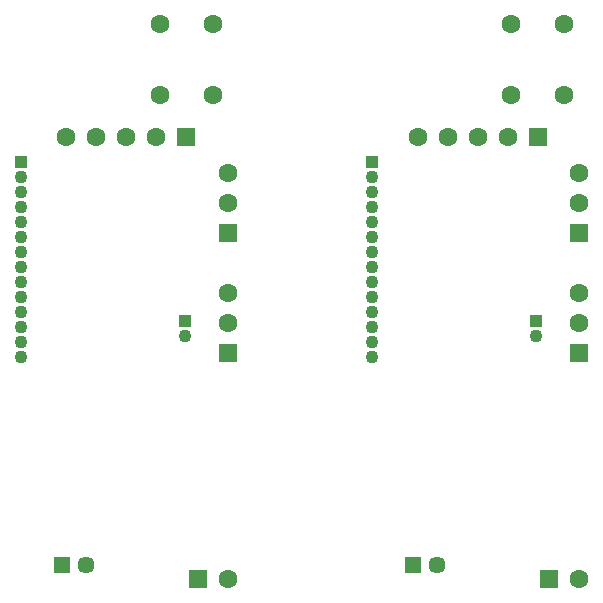
<source format=gbs>
%FSLAX44Y44*%
%MOMM*%
G71*
G01*
G75*
G04 Layer_Color=16711935*
%ADD10R,1.0000X0.9000*%
%ADD11R,1.0000X1.0000*%
%ADD12R,1.3000X1.5000*%
%ADD13O,2.1000X0.4500*%
G04:AMPARAMS|DCode=14|XSize=1.6mm|YSize=5.7mm|CornerRadius=0.08mm|HoleSize=0mm|Usage=FLASHONLY|Rotation=270.000|XOffset=0mm|YOffset=0mm|HoleType=Round|Shape=RoundedRectangle|*
%AMROUNDEDRECTD14*
21,1,1.6000,5.5400,0,0,270.0*
21,1,1.4400,5.7000,0,0,270.0*
1,1,0.1600,-2.7700,-0.7200*
1,1,0.1600,-2.7700,0.7200*
1,1,0.1600,2.7700,0.7200*
1,1,0.1600,2.7700,-0.7200*
%
%ADD14ROUNDEDRECTD14*%
G04:AMPARAMS|DCode=15|XSize=1.32mm|YSize=1.68mm|CornerRadius=0.066mm|HoleSize=0mm|Usage=FLASHONLY|Rotation=270.000|XOffset=0mm|YOffset=0mm|HoleType=Round|Shape=RoundedRectangle|*
%AMROUNDEDRECTD15*
21,1,1.3200,1.5480,0,0,270.0*
21,1,1.1880,1.6800,0,0,270.0*
1,1,0.1320,-0.7740,-0.5940*
1,1,0.1320,-0.7740,0.5940*
1,1,0.1320,0.7740,0.5940*
1,1,0.1320,0.7740,-0.5940*
%
%ADD15ROUNDEDRECTD15*%
G04:AMPARAMS|DCode=16|XSize=0.8mm|YSize=0.8mm|CornerRadius=0.04mm|HoleSize=0mm|Usage=FLASHONLY|Rotation=270.000|XOffset=0mm|YOffset=0mm|HoleType=Round|Shape=RoundedRectangle|*
%AMROUNDEDRECTD16*
21,1,0.8000,0.7200,0,0,270.0*
21,1,0.7200,0.8000,0,0,270.0*
1,1,0.0800,-0.3600,-0.3600*
1,1,0.0800,-0.3600,0.3600*
1,1,0.0800,0.3600,0.3600*
1,1,0.0800,0.3600,-0.3600*
%
%ADD16ROUNDEDRECTD16*%
%ADD17R,0.8000X1.0500*%
%ADD18R,1.1000X0.6500*%
%ADD19R,0.9000X1.0000*%
G04:AMPARAMS|DCode=20|XSize=0.45mm|YSize=1.45mm|CornerRadius=0.045mm|HoleSize=0mm|Usage=FLASHONLY|Rotation=270.000|XOffset=0mm|YOffset=0mm|HoleType=Round|Shape=RoundedRectangle|*
%AMROUNDEDRECTD20*
21,1,0.4500,1.3600,0,0,270.0*
21,1,0.3600,1.4500,0,0,270.0*
1,1,0.0900,-0.6800,-0.1800*
1,1,0.0900,-0.6800,0.1800*
1,1,0.0900,0.6800,0.1800*
1,1,0.0900,0.6800,-0.1800*
%
%ADD20ROUNDEDRECTD20*%
%ADD21R,1.0000X1.0000*%
G04:AMPARAMS|DCode=22|XSize=0.9mm|YSize=1mm|CornerRadius=0.045mm|HoleSize=0mm|Usage=FLASHONLY|Rotation=90.000|XOffset=0mm|YOffset=0mm|HoleType=Round|Shape=RoundedRectangle|*
%AMROUNDEDRECTD22*
21,1,0.9000,0.9100,0,0,90.0*
21,1,0.8100,1.0000,0,0,90.0*
1,1,0.0900,0.4550,0.4050*
1,1,0.0900,0.4550,-0.4050*
1,1,0.0900,-0.4550,-0.4050*
1,1,0.0900,-0.4550,0.4050*
%
%ADD22ROUNDEDRECTD22*%
%ADD23C,0.9000*%
%ADD24C,0.1524*%
%ADD25C,1.0000*%
%ADD26C,0.4000*%
%ADD27C,0.2540*%
%ADD28C,0.5000*%
%ADD29C,0.8000*%
%ADD30C,0.6000*%
%ADD31C,0.3000*%
%ADD32C,0.7000*%
%ADD33R,3.4000X0.6000*%
%ADD34R,1.8000X0.9000*%
%ADD35C,1.5000*%
%ADD36R,1.5000X1.5000*%
%ADD37R,1.5000X1.5000*%
%ADD38C,1.0000*%
%ADD39C,1.3500*%
%ADD40R,1.3500X1.3500*%
%ADD41C,0.6000*%
%ADD42C,0.1000*%
%ADD43C,0.1778*%
%ADD44C,0.2500*%
%ADD45C,0.2000*%
%ADD46C,0.1540*%
%ADD47C,0.1270*%
%ADD48C,0.1500*%
%ADD49R,1.1000X1.0000*%
%ADD50R,1.1000X1.1000*%
%ADD51R,1.4000X1.6000*%
%ADD52O,2.2000X0.5500*%
G04:AMPARAMS|DCode=53|XSize=1.7mm|YSize=5.8mm|CornerRadius=0.13mm|HoleSize=0mm|Usage=FLASHONLY|Rotation=270.000|XOffset=0mm|YOffset=0mm|HoleType=Round|Shape=RoundedRectangle|*
%AMROUNDEDRECTD53*
21,1,1.7000,5.5400,0,0,270.0*
21,1,1.4400,5.8000,0,0,270.0*
1,1,0.2600,-2.7700,-0.7200*
1,1,0.2600,-2.7700,0.7200*
1,1,0.2600,2.7700,0.7200*
1,1,0.2600,2.7700,-0.7200*
%
%ADD53ROUNDEDRECTD53*%
G04:AMPARAMS|DCode=54|XSize=1.42mm|YSize=1.78mm|CornerRadius=0.116mm|HoleSize=0mm|Usage=FLASHONLY|Rotation=270.000|XOffset=0mm|YOffset=0mm|HoleType=Round|Shape=RoundedRectangle|*
%AMROUNDEDRECTD54*
21,1,1.4200,1.5480,0,0,270.0*
21,1,1.1880,1.7800,0,0,270.0*
1,1,0.2320,-0.7740,-0.5940*
1,1,0.2320,-0.7740,0.5940*
1,1,0.2320,0.7740,0.5940*
1,1,0.2320,0.7740,-0.5940*
%
%ADD54ROUNDEDRECTD54*%
G04:AMPARAMS|DCode=55|XSize=0.9mm|YSize=0.9mm|CornerRadius=0.09mm|HoleSize=0mm|Usage=FLASHONLY|Rotation=270.000|XOffset=0mm|YOffset=0mm|HoleType=Round|Shape=RoundedRectangle|*
%AMROUNDEDRECTD55*
21,1,0.9000,0.7200,0,0,270.0*
21,1,0.7200,0.9000,0,0,270.0*
1,1,0.1800,-0.3600,-0.3600*
1,1,0.1800,-0.3600,0.3600*
1,1,0.1800,0.3600,0.3600*
1,1,0.1800,0.3600,-0.3600*
%
%ADD55ROUNDEDRECTD55*%
%ADD56R,0.9000X1.1500*%
%ADD57R,1.2000X0.7500*%
%ADD58R,1.0000X1.1000*%
G04:AMPARAMS|DCode=59|XSize=0.55mm|YSize=1.55mm|CornerRadius=0.095mm|HoleSize=0mm|Usage=FLASHONLY|Rotation=270.000|XOffset=0mm|YOffset=0mm|HoleType=Round|Shape=RoundedRectangle|*
%AMROUNDEDRECTD59*
21,1,0.5500,1.3600,0,0,270.0*
21,1,0.3600,1.5500,0,0,270.0*
1,1,0.1900,-0.6800,-0.1800*
1,1,0.1900,-0.6800,0.1800*
1,1,0.1900,0.6800,0.1800*
1,1,0.1900,0.6800,-0.1800*
%
%ADD59ROUNDEDRECTD59*%
%ADD60R,1.1000X1.1000*%
G04:AMPARAMS|DCode=61|XSize=1mm|YSize=1.1mm|CornerRadius=0.095mm|HoleSize=0mm|Usage=FLASHONLY|Rotation=90.000|XOffset=0mm|YOffset=0mm|HoleType=Round|Shape=RoundedRectangle|*
%AMROUNDEDRECTD61*
21,1,1.0000,0.9100,0,0,90.0*
21,1,0.8100,1.1000,0,0,90.0*
1,1,0.1900,0.4550,0.4050*
1,1,0.1900,0.4550,-0.4050*
1,1,0.1900,-0.4550,-0.4050*
1,1,0.1900,-0.4550,0.4050*
%
%ADD61ROUNDEDRECTD61*%
%ADD62C,1.6000*%
%ADD63R,1.6000X1.6000*%
%ADD64R,1.6000X1.6000*%
%ADD65C,1.1000*%
%ADD66C,1.4500*%
%ADD67R,1.4500X1.4500*%
D60*
X892740Y735130D02*
D03*
X754010Y869340D02*
D03*
X1190240Y735130D02*
D03*
X1051510Y869340D02*
D03*
D62*
X929150Y516250D02*
D03*
X916750Y926250D02*
D03*
Y986250D02*
D03*
X871750Y926250D02*
D03*
Y986250D02*
D03*
X929080Y860450D02*
D03*
Y835050D02*
D03*
Y758850D02*
D03*
Y733450D02*
D03*
X868580Y890930D02*
D03*
X843180D02*
D03*
X817780D02*
D03*
X792380D02*
D03*
X1226650Y516250D02*
D03*
X1214250Y926250D02*
D03*
Y986250D02*
D03*
X1169250Y926250D02*
D03*
Y986250D02*
D03*
X1226580Y860450D02*
D03*
Y835050D02*
D03*
Y758850D02*
D03*
Y733450D02*
D03*
X1166080Y890930D02*
D03*
X1140680D02*
D03*
X1115280D02*
D03*
X1089880D02*
D03*
D63*
X903750Y516250D02*
D03*
X893980Y890930D02*
D03*
X1201250Y516250D02*
D03*
X1191480Y890930D02*
D03*
D64*
X929080Y809650D02*
D03*
Y708050D02*
D03*
X1226580Y809650D02*
D03*
Y708050D02*
D03*
D65*
X892740Y722430D02*
D03*
X754010Y856640D02*
D03*
Y843940D02*
D03*
Y831240D02*
D03*
Y818540D02*
D03*
Y805840D02*
D03*
Y793140D02*
D03*
Y780440D02*
D03*
Y767740D02*
D03*
Y755040D02*
D03*
Y742340D02*
D03*
Y729640D02*
D03*
Y716940D02*
D03*
Y704240D02*
D03*
X1190240Y722430D02*
D03*
X1051510Y856640D02*
D03*
Y843940D02*
D03*
Y831240D02*
D03*
Y818540D02*
D03*
Y805840D02*
D03*
Y793140D02*
D03*
Y780440D02*
D03*
Y767740D02*
D03*
Y755040D02*
D03*
Y742340D02*
D03*
Y729640D02*
D03*
Y716940D02*
D03*
Y704240D02*
D03*
D66*
X808750Y528250D02*
D03*
X1106250D02*
D03*
D67*
X788750D02*
D03*
X1086250D02*
D03*
M02*

</source>
